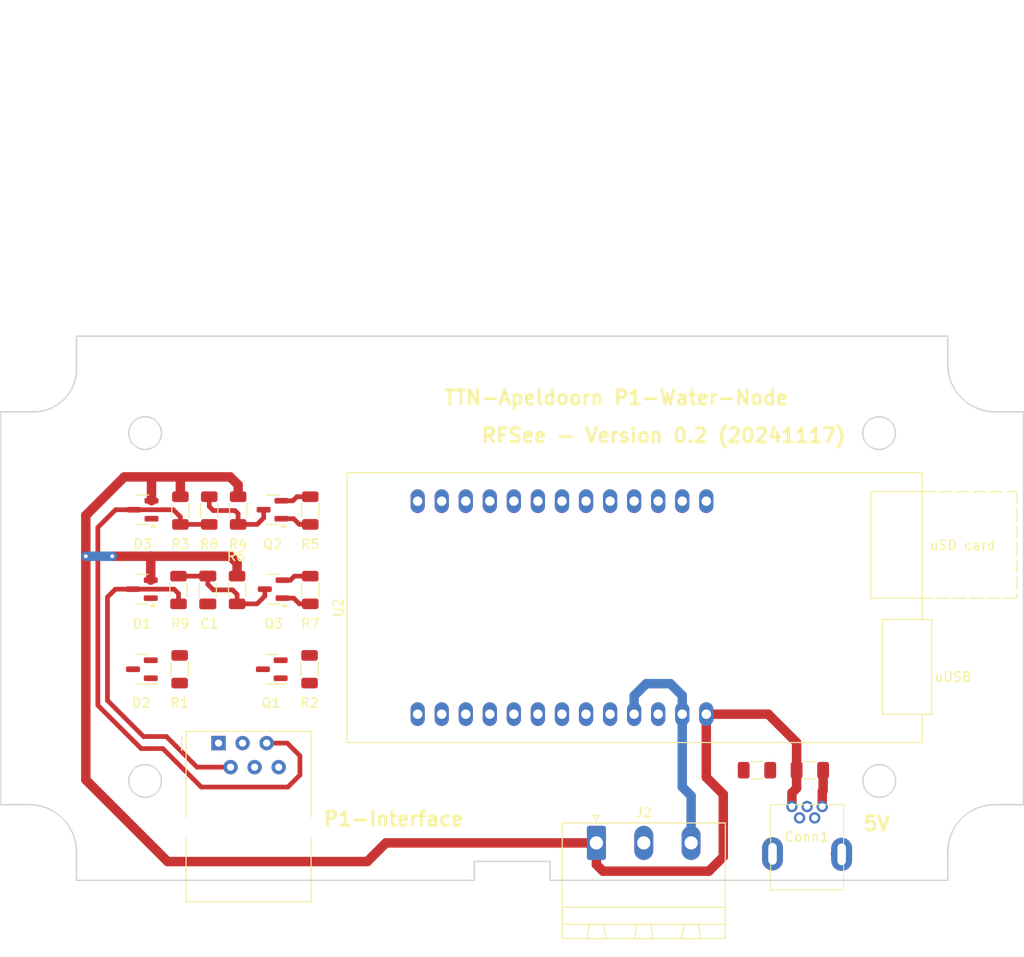
<source format=kicad_pcb>
(kicad_pcb (version 20240108) (generator "pcbnew") (generator_version "8.0")
  (layers (0 "F.Cu" signal) (31 "B.Cu" signal) (34 "B.Paste" user) (35 "F.Paste" user) (36 "B.SilkS" user "B.Silkscreen") (37 "F.SilkS" user "F.Silkscreen") (38 "B.Mask" user) (39 "F.Mask" user) (44 "Edge.Cuts" user))
  (net 0 "")
  (net 1 "/5V")
  (net 2 "Net-(Q3-D)")
  (net 3 "/DATA_P1_GND")
  (net 4 "/DATA_P1")
  (net 5 "/3V3")
  (net 6 "/PULSE_WATER")
  (net 7 "/DATA_P1_REQ")
  (net 10 "Net-(C3-Pad2)")
  (net 11 "/PULSE_WATER_3V3")
  (net 15 "/NC")
  (net 19 "Net-(Q2-D)")
  (net 33 "/DATA_P1_3V3")
  (net 34 "/DATA_P1_REQ_3V3")
  (footprint "Capacitor_SMD:C_1206_3216Metric" (layer "F.Cu") (at 205.232 114.808)
    (property "Reference" "C2" (hide yes))
    (property "Value" "10n" (hide yes))
    (fp_line (start -0.602064 -0.91) (end 0.602064 -0.91) (stroke (width 0.12)) (layer "F.SilkS"))
    (fp_line (start -0.602064 0.91) (end 0.602064 0.91) (stroke (width 0.12)) (layer "F.SilkS"))
    (pad "1" smd roundrect (at -1.4 0) (size 1.25 1.75) (layers "F.Cu" "F.Paste" "F.Mask") (roundrect_rratio 0.2) (net 1 "/5V"))
    (pad "2" smd roundrect (at 1.4 0) (size 1.25 1.75) (layers "F.Cu" "F.Paste" "F.Mask") (roundrect_rratio 0.2) (net 3 "/DATA_P1_GND"))
  )
  (footprint "Capacitor_SMD:C_1206_3216Metric" (layer "F.Cu") (at 199.644 114.808 180)
    (property "Reference" "C3" (hide yes))
    (property "Value" "10n")
    (fp_line (start -0.602064 0.91) (end 0.602064 0.91) (stroke (width 0.12)) (layer "F.SilkS"))
    (fp_line (start -0.602064 -0.91) (end 0.602064 -0.91) (stroke (width 0.12)) (layer "F.SilkS"))
    (pad "1" smd roundrect (at -1.4 0 180) (size 1.25 1.75) (layers "F.Cu" "F.Paste" "F.Mask") (roundrect_rratio 0.2) (net 3 "/DATA_P1_GND"))
    (pad "2" smd roundrect (at 1.4 0 180) (size 1.25 1.75) (layers "F.Cu" "F.Paste" "F.Mask") (roundrect_rratio 0.2) (net 10 "Net-(C3-Pad2)"))
  )
  (footprint "Connector_RJ:RJ12_Amphenol_54601" (layer "F.Cu") (at 142.79 111.944)
    (property "Reference" "J1" (hide yes))
    (property "Value" "RJ11-6")
    (fp_line (start -3.9 0.77) (end -3.9 -0.76) (stroke (width 0.12)) (layer "F.SilkS"))
    (fp_line (start -3.43 -1.23) (end 9.77 -1.23) (stroke (width 0.12)) (layer "F.SilkS"))
    (fp_line (start -3.43 7.72) (end -3.43 7.79) (stroke (width 0.1)) (layer "F.SilkS"))
    (fp_line (start -3.43 7.79) (end -3.43 -1.23) (stroke (width 0.12)) (layer "F.SilkS"))
    (fp_line (start -3.43 16.77) (end -3.43 9.99) (stroke (width 0.12)) (layer "F.SilkS"))
    (fp_line (start 9.77 -1.23) (end 9.77 7.79) (stroke (width 0.12)) (layer "F.SilkS"))
    (fp_line (start 9.77 16.65) (end 9.77 16.77) (stroke (width 0.1)) (layer "F.SilkS"))
    (fp_line (start 9.77 16.76) (end 9.77 16.77) (stroke (width 0.1)) (layer "F.SilkS"))
    (fp_line (start 9.77 16.77) (end -3.43 16.77) (stroke (width 0.12)) (layer "F.SilkS"))
    (fp_line (start 9.77 16.77) (end 9.77 9.99) (stroke (width 0.12)) (layer "F.SilkS"))
    (pad "" np_thru_hole circle (at -1.91 8.89) (size 3.25 3.25) (drill 3.25) (layers "*.Cu" "*.Mask"))
    (pad "" np_thru_hole circle (at 8.25 8.89) (size 3.25 3.25) (drill 3.25) (layers "*.Cu" "*.Mask"))
    (pad "1" thru_hole rect (at 0 0) (size 1.52 1.52) (drill 0.76) (layers "*.Cu" "*.Mask"))
    (pad "2" thru_hole circle (at 1.27 2.54) (size 1.52 1.52) (drill 0.76) (layers "*.Cu" "*.Mask") (net 7 "/DATA_P1_REQ"))
    (pad "3" thru_hole circle (at 2.54 0) (size 1.52 1.52) (drill 0.76) (layers "*.Cu" "*.Mask") (net 3 "/DATA_P1_GND"))
    (pad "4" thru_hole circle (at 3.81 2.54) (size 1.52 1.52) (drill 0.76) (layers "*.Cu" "*.Mask") (net 15 "/NC"))
    (pad "5" thru_hole circle (at 5.08 0) (size 1.52 1.52) (drill 0.76) (layers "*.Cu" "*.Mask") (net 4 "/DATA_P1"))
    (pad "6" thru_hole circle (at 6.35 2.54) (size 1.52 1.52) (drill 0.76) (layers "*.Cu" "*.Mask") (net 3 "/DATA_P1_GND"))
  )
  (footprint "esp32-p1-node-board:THT_USB-B-Mini" (layer "F.Cu") (at 208.79 127.444 90)
    (property "Reference" "Conn1" (at 5.6 -3.9 180) (layer "F.SilkS"))
    (property "Value" "THT_USB-B-Mini")
    (fp_line (start 9 -7.7) (end 9 0) (stroke (width 0.1)) (layer "F.SilkS"))
    (fp_line (start 0 -7.7) (end 9 -7.7) (stroke (width 0.1)) (layer "F.SilkS"))
    (fp_line (start 9 0) (end 0 0) (stroke (width 0.1)) (layer "F.SilkS"))
    (fp_line (start 0 0) (end 0 -7.7) (stroke (width 0.1)) (layer "F.SilkS"))
    (pad "1" thru_hole circle (at 8.8 -5.45 180) (size 1.2 1.2) (drill 0.7) (layers "*.Cu" "*.Mask") (net 1 "/5V"))
    (pad "2" thru_hole circle (at 7.6 -4.65 180) (size 1.2 1.2) (drill 0.7) (layers "*.Cu" "*.Mask"))
    (pad "3" thru_hole circle (at 8.8 -3.85 180) (size 1.2 1.2) (drill 0.7) (layers "*.Cu" "*.Mask"))
    (pad "4" thru_hole circle (at 7.6 -3.05 180) (size 1.2 1.2) (drill 0.7) (layers "*.Cu" "*.Mask"))
    (pad "5" thru_hole circle (at 8.8 -2.25 180) (size 1.2 1.2) (drill 0.7) (layers "*.Cu" "*.Mask") (net 3 "/DATA_P1_GND"))
    (pad "6" thru_hole roundrect (at 3.75 -0.2 180) (size 2.2 3.5) (drill oval 0.9 2.3) (layers "*.Cu" "*.Mask") (roundrect_rratio 0.5) (net 10 "Net-(C3-Pad2)"))
    (pad "7" thru_hole roundrect (at 3.8 -7.5 180) (size 2.2 3.5) (drill oval 0.9 2.3) (layers "*.Cu" "*.Mask") (roundrect_rratio 0.5) (net 10 "Net-(C3-Pad2)"))
  )
  (footprint "Resistor_SMD:R_1206_3216Metric" (layer "F.Cu") (at 141.8105 87.376 90)
    (property "Reference" "R8" (at -3.556 0 180) (layer "F.SilkS"))
    (property "Value" "10K")
    (fp_line (start -0.727064 -0.91) (end 0.727064 -0.91) (stroke (width 0.12)) (layer "F.SilkS"))
    (fp_line (start -0.727064 0.91) (end 0.727064 0.91) (stroke (width 0.12)) (layer "F.SilkS"))
    (pad "1" smd roundrect (at -1.4625 0 90) (size 1.125 1.75) (layers "F.Cu" "F.Paste" "F.Mask") (roundrect_rratio 0.222222) (net 4 "/DATA_P1"))
    (pad "2" smd roundrect (at 1.4625 0 90) (size 1.125 1.75) (layers "F.Cu" "F.Paste" "F.Mask") (roundrect_rratio 0.222222) (net 19 "Net-(Q2-D)"))
  )
  (footprint "Connector_Phoenix_MSTB:PhoenixContact_MSTBA_2,5_3-G_1x03_P5.00mm_Horizontal" (layer "F.Cu") (at 182.692 122.4865)
    (property "Reference" "J2" (at 5 -3.2 0) (layer "F.SilkS"))
    (property "Value" "Conn_01x03")
    (fp_line (start -3.61 -2.11) (end -3.61 10.11) (stroke (width 0.12)) (layer "F.SilkS"))
    (fp_line (start -3.61 6.81) (end 13.61 6.81) (stroke (width 0.12)) (layer "F.SilkS"))
    (fp_line (start -3.61 8.61) (end -3.61 6.81) (stroke (width 0.12)) (layer "F.SilkS"))
    (fp_line (start -3.61 10.11) (end 13.61 10.11) (stroke (width 0.12)) (layer "F.SilkS"))
    (fp_line (start -1 10.11) (end 1 10.11) (stroke (width 0.12)) (layer "F.SilkS"))
    (fp_line (start -0.75 8.61) (end -1 10.11) (stroke (width 0.12)) (layer "F.SilkS"))
    (fp_line (start -0.3 -2.91) (end 0.3 -2.91) (stroke (width 0.12)) (layer "F.SilkS"))
    (fp_line (start 0 -2.31) (end -0.3 -2.91) (stroke (width 0.12)) (layer "F.SilkS"))
    (fp_line (start 0.3 -2.91) (end 0 -2.31) (stroke (width 0.12)) (layer "F.SilkS"))
    (fp_line (start 0.75 8.61) (end -0.75 8.61) (stroke (width 0.12)) (layer "F.SilkS"))
    (fp_line (start 1 10.11) (end 0.75 8.61) (stroke (width 0.12)) (layer "F.SilkS"))
    (fp_line (start 4 10.11) (end 6 10.11) (stroke (width 0.12)) (layer "F.SilkS"))
    (fp_line (start 4.25 8.61) (end 4 10.11) (stroke (width 0.12)) (layer "F.SilkS"))
    (fp_line (start 5.75 8.61) (end 4.25 8.61) (stroke (width 0.12)) (layer "F.SilkS"))
    (fp_line (start 6 10.11) (end 5.75 8.61) (stroke (width 0.12)) (layer "F.SilkS"))
    (fp_line (start 9 10.11) (end 11 10.11) (stroke (width 0.12)) (layer "F.SilkS"))
    (fp_line (start 9.25 8.61) (end 9 10.11) (stroke (width 0.12)) (layer "F.SilkS"))
    (fp_line (start 10.75 8.61) (end 9.25 8.61) (stroke (width 0.12)) (layer "F.SilkS"))
    (fp_line (start 11 10.11) (end 10.75 8.61) (stroke (width 0.12)) (layer "F.SilkS"))
    (fp_line (start 13.61 -2.11) (end -3.61 -2.11) (stroke (width 0.12)) (layer "F.SilkS"))
    (fp_line (start 13.61 6.81) (end 13.61 8.61) (stroke (width 0.12)) (layer "F.SilkS"))
    (fp_line (start 13.61 8.61) (end -3.61 8.61) (stroke (width 0.12)) (layer "F.SilkS"))
    (fp_line (start 13.61 10.11) (end 13.61 -2.11) (stroke (width 0.12)) (layer "F.SilkS"))
    (pad "1" thru_hole roundrect (at 0 0) (size 2 3.6) (drill 1.4) (layers "*.Cu" "*.Mask") (roundrect_rratio 0.125) (net 1 "/5V"))
    (pad "2" thru_hole oval (at 5 0) (size 2 3.6) (drill 1.4) (layers "*.Cu" "*.Mask") (net 6 "/PULSE_WATER"))
    (pad "3" thru_hole oval (at 10 0) (size 2 3.6) (drill 1.4) (layers "*.Cu" "*.Mask") (net 3 "/DATA_P1_GND"))
  )
  (footprint "Resistor_SMD:R_1206_3216Metric" (layer "F.Cu") (at 144.7505 95.768 -90)
    (property "Reference" "R6" (at -3.556 0.108 360) (layer "F.SilkS"))
    (property "Value" "10K")
    (fp_line (start -0.727064 0.91) (end 0.727064 0.91) (stroke (width 0.12)) (layer "F.SilkS"))
    (fp_line (start -0.727064 -0.91) (end 0.727064 -0.91) (stroke (width 0.12)) (layer "F.SilkS"))
    (pad "1" smd roundrect (at -1.4625 0 270) (size 1.125 1.75) (layers "F.Cu" "F.Paste" "F.Mask") (roundrect_rratio 0.222222) (net 1 "/5V"))
    (pad "2" smd roundrect (at 1.4625 0 270) (size 1.125 1.75) (layers "F.Cu" "F.Paste" "F.Mask") (roundrect_rratio 0.222222) (net 2 "Net-(Q3-D)"))
  )
  (footprint "Resistor_SMD:R_1206_3216Metric" (layer "F.Cu") (at 138.684 104.14 -90)
    (property "Reference" "R1" (at 3.556 0 180) (layer "F.SilkS"))
    (property "Value" "10K")
    (fp_line (start -0.727064 0.91) (end 0.727064 0.91) (stroke (width 0.12)) (layer "F.SilkS"))
    (fp_line (start -0.727064 -0.91) (end 0.727064 -0.91) (stroke (width 0.12)) (layer "F.SilkS"))
    (pad "1" smd roundrect (at -1.4625 0 270) (size 1.125 1.75) (layers "F.Cu" "F.Paste" "F.Mask") (roundrect_rratio 0.222222) (net 1 "/5V"))
    (pad "2" smd roundrect (at 1.4625 0 270) (size 1.125 1.75) (layers "F.Cu" "F.Paste" "F.Mask") (roundrect_rratio 0.222222) (net 6 "/PULSE_WATER"))
  )
  (footprint "Resistor_SMD:R_1206_3216Metric" (layer "F.Cu") (at 152.4785 87.376 90)
    (property "Reference" "R5" (at -3.556 0 180) (layer "F.SilkS"))
    (property "Value" "10K")
    (fp_line (start -0.727064 -0.91) (end 0.727064 -0.91) (stroke (width 0.12)) (layer "F.SilkS"))
    (fp_line (start -0.727064 0.91) (end 0.727064 0.91) (stroke (width 0.12)) (layer "F.SilkS"))
    (pad "1" smd roundrect (at -1.4625 0 90) (size 1.125 1.75) (layers "F.Cu" "F.Paste" "F.Mask") (roundrect_rratio 0.222222) (net 5 "/3V3"))
    (pad "2" smd roundrect (at 1.4625 0 90) (size 1.125 1.75) (layers "F.Cu" "F.Paste" "F.Mask") (roundrect_rratio 0.222222) (net 33 "/DATA_P1_3V3"))
  )
  (footprint "Package_TO_SOT_SMD:SOT-23" (layer "F.Cu") (at 134.777 87.2885 180)
    (property "Reference" "D3" (at 0 -3.6435 360) (layer "F.SilkS"))
    (property "Value" "BAT54S")
    (fp_line (start 0 1.56) (end 0.65 1.56) (stroke (width 0.12)) (layer "F.SilkS"))
    (fp_line (start 0 1.56) (end -0.65 1.56) (stroke (width 0.12)) (layer "F.SilkS"))
    (fp_line (start 0 -1.56) (end 0.65 -1.56) (stroke (width 0.12)) (layer "F.SilkS"))
    (fp_line (start 0 -1.56) (end -0.65 -1.56) (stroke (width 0.12)) (layer "F.SilkS"))
    (fp_poly (pts (xy -1.1625 -1.51) (xy -1.4025 -1.84) (xy -0.9225 -1.84) (xy -1.1625 -1.51)) (stroke (width 0.12)) (fill solid) (layer "F.SilkS"))
    (pad "1" smd roundrect (at -0.9375 -0.95 180) (size 1.475 0.6) (layers "F.Cu" "F.Paste" "F.Mask") (net 3 "/DATA_P1_GND"))
    (pad "2" smd roundrect (at -0.9375 0.95 180) (size 1.475 0.6) (layers "F.Cu" "F.Paste" "F.Mask") (net 1 "/5V"))
    (pad "3" smd roundrect (at 0.9375 0 180) (size 1.475 0.6) (layers "F.Cu" "F.Paste" "F.Mask") (net 4 "/DATA_P1"))
  )
  (footprint "Package_TO_SOT_SMD:SOT-23" (layer "F.Cu") (at 148.493 87.2885 180)
    (property "Reference" "Q2" (at 0 -3.6435 360) (layer "F.SilkS"))
    (property "Value" "BSS138")
    (fp_line (start 0 1.56) (end 0.65 1.56) (stroke (width 0.12)) (layer "F.SilkS"))
    (fp_line (start 0 1.56) (end -0.65 1.56) (stroke (width 0.12)) (layer "F.SilkS"))
    (fp_line (start 0 -1.56) (end 0.65 -1.56) (stroke (width 0.12)) (layer "F.SilkS"))
    (fp_line (start 0 -1.56) (end -0.65 -1.56) (stroke (width 0.12)) (layer "F.SilkS"))
    (fp_poly (pts (xy -1.1625 -1.51) (xy -1.4025 -1.84) (xy -0.9225 -1.84) (xy -1.1625 -1.51)) (stroke (width 0.12)) (fill solid) (layer "F.SilkS"))
    (pad "1" smd roundrect (at -0.9375 -0.95 180) (size 1.475 0.6) (layers "F.Cu" "F.Paste" "F.Mask") (net 5 "/3V3"))
    (pad "2" smd roundrect (at -0.9375 0.95 180) (size 1.475 0.6) (layers "F.Cu" "F.Paste" "F.Mask") (net 33 "/DATA_P1_3V3"))
    (pad "3" smd roundrect (at 0.9375 0 180) (size 1.475 0.6) (layers "F.Cu" "F.Paste" "F.Mask") (net 19 "Net-(Q2-D)"))
  )
  (footprint "Package_TO_SOT_SMD:SOT-23" (layer "F.Cu") (at 134.6985 104.14 180)
    (property "Reference" "D2" (at 0.0785 -3.556 360) (layer "F.SilkS"))
    (property "Value" "BAT54S")
    (fp_line (start 0 1.56) (end 0.65 1.56) (stroke (width 0.12)) (layer "F.SilkS"))
    (fp_line (start 0 1.56) (end -0.65 1.56) (stroke (width 0.12)) (layer "F.SilkS"))
    (fp_line (start 0 -1.56) (end 0.65 -1.56) (stroke (width 0.12)) (layer "F.SilkS"))
    (fp_line (start 0 -1.56) (end -1.675 -1.56) (stroke (width 0.12)) (layer "F.SilkS"))
    (pad "1" smd roundrect (at -0.9375 -0.95 180) (size 1.475 0.6) (layers "F.Cu" "F.Paste" "F.Mask") (net 3 "/DATA_P1_GND"))
    (pad "2" smd roundrect (at -0.9375 0.95 180) (size 1.475 0.6) (layers "F.Cu" "F.Paste" "F.Mask") (net 1 "/5V"))
    (pad "3" smd roundrect (at 0.9375 0 180) (size 1.475 0.6) (layers "F.Cu" "F.Paste" "F.Mask") (net 6 "/PULSE_WATER"))
  )
  (footprint "Resistor_SMD:R_1206_3216Metric" (layer "F.Cu") (at 144.8585 87.376 -90)
    (property "Reference" "R4" (at 3.556 0 360) (layer "F.SilkS"))
    (property "Value" "10K")
    (fp_line (start -0.727064 0.91) (end 0.727064 0.91) (stroke (width 0.12)) (layer "F.SilkS"))
    (fp_line (start -0.727064 -0.91) (end 0.727064 -0.91) (stroke (width 0.12)) (layer "F.SilkS"))
    (pad "1" smd roundrect (at -1.4625 0 270) (size 1.125 1.75) (layers "F.Cu" "F.Paste" "F.Mask") (roundrect_rratio 0.222222) (net 1 "/5V"))
    (pad "2" smd roundrect (at 1.4625 0 270) (size 1.125 1.75) (layers "F.Cu" "F.Paste" "F.Mask") (roundrect_rratio 0.222222) (net 19 "Net-(Q2-D)"))
  )
  (footprint "Package_TO_SOT_SMD:SOT-23" (layer "F.Cu") (at 148.4145 104.14 180)
    (property "Reference" "Q1" (at 0.0785 -3.556 360) (layer "F.SilkS"))
    (property "Value" "BSS138")
    (fp_line (start 0 1.56) (end 0.65 1.56) (stroke (width 0.12)) (layer "F.SilkS"))
    (fp_line (start 0 1.56) (end -0.65 1.56) (stroke (width 0.12)) (layer "F.SilkS"))
    (fp_line (start 0 -1.56) (end 0.65 -1.56) (stroke (width 0.12)) (layer "F.SilkS"))
    (fp_line (start 0 -1.56) (end -1.675 -1.56) (stroke (width 0.12)) (layer "F.SilkS"))
    (pad "1" smd roundrect (at -0.9375 -0.95 180) (size 1.475 0.6) (layers "F.Cu" "F.Paste" "F.Mask") (net 5 "/3V3"))
    (pad "2" smd roundrect (at -0.9375 0.95 180) (size 1.475 0.6) (layers "F.Cu" "F.Paste" "F.Mask") (net 11 "/PULSE_WATER_3V3"))
    (pad "3" smd roundrect (at 0.9375 0 180) (size 1.475 0.6) (layers "F.Cu" "F.Paste" "F.Mask") (net 6 "/PULSE_WATER"))
  )
  (footprint "Resistor_SMD:R_1206_3216Metric" (layer "F.Cu") (at 138.5625 95.768 90)
    (property "Reference" "R9" (at -3.556 0.2 180) (layer "F.SilkS"))
    (property "Value" "10K")
    (fp_line (start -0.727064 -0.91) (end 0.727064 -0.91) (stroke (width 0.12)) (layer "F.SilkS"))
    (fp_line (start -0.727064 0.91) (end 0.727064 0.91) (stroke (width 0.12)) (layer "F.SilkS"))
    (pad "1" smd roundrect (at -1.4625 0 90) (size 1.125 1.75) (layers "F.Cu" "F.Paste" "F.Mask") (roundrect_rratio 0.222222) (net 7 "/DATA_P1_REQ"))
    (pad "2" smd roundrect (at 1.4625 0 90) (size 1.125 1.75) (layers "F.Cu" "F.Paste" "F.Mask") (roundrect_rratio 0.222222) (net 2 "Net-(Q3-D)"))
  )
  (footprint "Resistor_SMD:R_1206_3216Metric" (layer "F.Cu") (at 138.7625 87.376 -90)
    (property "Reference" "R3" (at 3.556 0 180) (layer "F.SilkS"))
    (property "Value" "2K7")
    (fp_line (start -0.727064 0.91) (end 0.727064 0.91) (stroke (width 0.12)) (layer "F.SilkS"))
    (fp_line (start -0.727064 -0.91) (end 0.727064 -0.91) (stroke (width 0.12)) (layer "F.SilkS"))
    (pad "1" smd roundrect (at -1.4625 0 270) (size 1.125 1.75) (layers "F.Cu" "F.Paste" "F.Mask") (roundrect_rratio 0.222222) (net 1 "/5V"))
    (pad "2" smd roundrect (at 1.4625 0 270) (size 1.125 1.75) (layers "F.Cu" "F.Paste" "F.Mask") (roundrect_rratio 0.222222) (net 4 "/DATA_P1"))
  )
  (footprint "Resistor_SMD:R_1206_3216Metric" (layer "F.Cu") (at 152.4 104.14 90)
    (property "Reference" "R2" (at -3.556 0 180) (layer "F.SilkS"))
    (property "Value" "10K")
    (fp_line (start -0.727064 -0.91) (end 0.727064 -0.91) (stroke (width 0.12)) (layer "F.SilkS"))
    (fp_line (start -0.727064 0.91) (end 0.727064 0.91) (stroke (width 0.12)) (layer "F.SilkS"))
    (pad "1" smd roundrect (at -1.4625 0 90) (size 1.125 1.75) (layers "F.Cu" "F.Paste" "F.Mask") (roundrect_rratio 0.222222) (net 5 "/3V3"))
    (pad "2" smd roundrect (at 1.4625 0 90) (size 1.125 1.75) (layers "F.Cu" "F.Paste" "F.Mask") (roundrect_rratio 0.222222) (net 11 "/PULSE_WATER_3V3"))
  )
  (footprint "Package_TO_SOT_SMD:SOT-23" (layer "F.Cu") (at 134.6985 95.6805 180)
    (property "Reference" "D1" (at 0 -3.6435 0) (layer "F.SilkS"))
    (property "Value" "BAT54S")
    (fp_line (start 0 1.56) (end 0.65 1.56) (stroke (width 0.12)) (layer "F.SilkS"))
    (fp_line (start 0 1.56) (end -0.65 1.56) (stroke (width 0.12)) (layer "F.SilkS"))
    (fp_line (start 0 -1.56) (end 0.65 -1.56) (stroke (width 0.12)) (layer "F.SilkS"))
    (fp_line (start 0 -1.56) (end -0.65 -1.56) (stroke (width 0.12)) (layer "F.SilkS"))
    (fp_poly (pts (xy -1.1625 -1.51) (xy -1.4025 -1.84) (xy -0.9225 -1.84) (xy -1.1625 -1.51)) (stroke (width 0.12)) (fill solid) (layer "F.SilkS"))
    (pad "1" smd roundrect (at -0.9375 -0.95 180) (size 1.475 0.6) (layers "F.Cu" "F.Paste" "F.Mask") (net 3 "/DATA_P1_GND"))
    (pad "2" smd roundrect (at -0.9375 0.95 180) (size 1.475 0.6) (layers "F.Cu" "F.Paste" "F.Mask") (net 1 "/5V"))
    (pad "3" smd roundrect (at 0.9375 0 180) (size 1.475 0.6) (layers "F.Cu" "F.Paste" "F.Mask") (net 7 "/DATA_P1_REQ"))
  )
  (footprint "my-KiCad-library:TTGO_T3_V1.6.1" (layer "F.Cu") (at 179.056 97.636)
    (property "Reference" "U2" (at -23.6 0 -90) (layer "F.SilkS"))
    (property "Value" "~")
    (fp_line (start -22.7 -14.25) (end -22.7 -4.75) (stroke (width 0.12)) (layer "F.SilkS"))
    (fp_line (start -22.7 -4.75) (end -22.7 14.249999) (stroke (width 0.12)) (layer "F.SilkS"))
    (fp_line (start -22.7 14.249999) (end 38.04 14.25) (stroke (width 0.12)) (layer "F.SilkS"))
    (fp_line (start 32.6 -12.25) (end 38.04 -12.25) (stroke (width 0.12)) (layer "F.SilkS"))
    (fp_line (start 32.6 -1) (end 32.6 -12.25) (stroke (width 0.12)) (layer "F.SilkS"))
    (fp_line (start 33.84 1.25) (end 39.04 1.25) (stroke (width 0.12)) (layer "F.SilkS"))
    (fp_line (start 33.84 11.25) (end 33.84 1.25) (stroke (width 0.12)) (layer "F.SilkS"))
    (fp_line (start 38 -1) (end 32.6 -1) (stroke (width 0.12)) (layer "F.SilkS"))
    (fp_line (start 38.04 -14.249999) (end -22.7 -14.25) (stroke (width 0.12)) (layer "F.SilkS"))
    (fp_line (start 38.04 -12.25) (end 38.04 -14.249999) (stroke (width 0.12)) (layer "F.SilkS"))
    (fp_line (start 38.04 -12.25) (end 38.04 1.25) (stroke (width 0.12)) (layer "F.SilkS"))
    (fp_line (start 38.04 -12.25) (end 48.04 -12.25) (stroke (width 0.12) (type dash)) (layer "F.SilkS"))
    (fp_line (start 38.04 14.25) (end 38.04 11.25) (stroke (width 0.12)) (layer "F.SilkS"))
    (fp_line (start 39.04 1.25) (end 39.04 11.25) (stroke (width 0.12)) (layer "F.SilkS"))
    (fp_line (start 39.04 11.25) (end 33.84 11.25) (stroke (width 0.12)) (layer "F.SilkS"))
    (fp_line (start 48.04 -12.25) (end 48.04 -1) (stroke (width 0.12) (type dash)) (layer "F.SilkS"))
    (fp_line (start 48.04 -1) (end 38 -1) (stroke (width 0.12) (type dash)) (layer "F.SilkS"))
    (fp_text user "uUSB" (at 39.25 7.9 0) (layer "F.SilkS") (effects (justify left bottom)))
    (fp_text user "uSD card" (at 38.75 -6 0) (layer "F.SilkS") (effects (justify left bottom)))
    (pad "1" thru_hole oval (at -15.24 11.25) (size 1.5 2.5) (drill 1) (layers "*.Cu" "*.Mask"))
    (pad "2" thru_hole oval (at -12.7 11.25) (size 1.5 2.5) (drill 1) (layers "*.Cu" "*.Mask"))
    (pad "3" thru_hole oval (at -10.16 11.25) (size 1.5 2.5) (drill 1) (layers "*.Cu" "*.Mask"))
    (pad "4" thru_hole oval (at -7.62 11.25) (size 1.5 2.5) (drill 1) (layers "*.Cu" "*.Mask"))
    (pad "5" thru_hole oval (at -5.08 11.25) (size 1.5 2.5) (drill 1) (layers "*.Cu" "*.Mask"))
    (pad "6" thru_hole oval (at -2.54 11.25) (size 1.5 2.5) (drill 1) (layers "*.Cu" "*.Mask"))
    (pad "7" thru_hole oval (at 0 11.25) (size 1.5 2.5) (drill 1) (layers "*.Cu" "*.Mask"))
    (pad "8" thru_hole oval (at 2.54 11.25) (size 1.5 2.5) (drill 1) (layers "*.Cu" "*.Mask"))
    (pad "9" thru_hole oval (at 5.08 11.25) (size 1.5 2.5) (drill 1) (layers "*.Cu" "*.Mask"))
    (pad "10" thru_hole oval (at 7.62 11.25) (size 1.5 2.5) (drill 1) (layers "*.Cu" "*.Mask") (net 3 "/DATA_P1_GND"))
    (pad "11" thru_hole oval (at 10.16 11.25) (size 1.5 2.5) (drill 1) (layers "*.Cu" "*.Mask") (net 5 "/3V3"))
    (pad "12" thru_hole oval (at 12.7 11.25) (size 1.5 2.5) (drill 1) (layers "*.Cu" "*.Mask") (net 3 "/DATA_P1_GND"))
    (pad "13" thru_hole oval (at 15.24 11.25) (size 1.5 2.5) (drill 1) (layers "*.Cu" "*.Mask") (net 1 "/5V"))
    (pad "14" thru_hole oval (at 15.24 -11.25) (size 1.5 2.5) (drill 1) (layers "*.Cu" "*.Mask"))
    (pad "15" thru_hole oval (at 12.7 -11.25) (size 1.5 2.5) (drill 1) (layers "*.Cu" "*.Mask") (net 11 "/PULSE_WATER_3V3"))
    (pad "16" thru_hole oval (at 10.16 -11.25) (size 1.5 2.5) (drill 1) (layers "*.Cu" "*.Mask"))
    (pad "17" thru_hole oval (at 7.62 -11.25) (size 1.5 2.5) (drill 1) (layers "*.Cu" "*.Mask"))
    (pad "18" thru_hole oval (at 5.08 -11.25) (size 1.5 2.5) (drill 1) (layers "*.Cu" "*.Mask"))
    (pad "19" thru_hole oval (at 2.54 -11.25) (size 1.5 2.5) (drill 1) (layers "*.Cu" "*.Mask"))
    (pad "20" thru_hole oval (at 0 -11.25) (size 1.5 2.5) (drill 1) (layers "*.Cu" "*.Mask"))
    (pad "21" thru_hole oval (at -2.54 -11.25) (size 1.5 2.5) (drill 1) (layers "*.Cu" "*.Mask") (net 34 "/DATA_P1_REQ_3V3"))
    (pad "22" thru_hole oval (at -5.08 -11.25) (size 1.5 2.5) (drill 1) (layers "*.Cu" "*.Mask"))
    (pad "23" thru_hole oval (at -7.62 -11.25) (size 1.5 2.5) (drill 1) (layers "*.Cu" "*.Mask") (net 33 "/DATA_P1_3V3"))
    (pad "24" thru_hole oval (at -10.16 -11.25) (size 1.5 2.5) (drill 1) (layers "*.Cu" "*.Mask"))
    (pad "25" thru_hole oval (at -12.7 -11.25) (size 1.5 2.5) (drill 1) (layers "*.Cu" "*.Mask"))
    (pad "26" thru_hole oval (at -15.24 -11.25) (size 1.5 2.5) (drill 1) (layers "*.Cu" "*.Mask"))
  )
  (footprint "Capacitor_SMD:C_1206_3216Metric" (layer "F.Cu") (at 141.6565 95.768 -90)
    (property "Reference" "C1" (at 3.556 -0.154 180) (layer "F.SilkS"))
    (property "Value" "22n")
    (fp_line (start -0.711252 0.91) (end 0.711252 0.91) (stroke (width 0.12)) (layer "F.SilkS"))
    (fp_line (start -0.711252 -0.91) (end 0.711252 -0.91) (stroke (width 0.12)) (layer "F.SilkS"))
    (pad "1" smd roundrect (at -1.475 0 270) (size 1.15 1.8) (layers "F.Cu" "F.Paste" "F.Mask") (roundrect_rratio 0.217391) (net 2 "Net-(Q3-D)"))
    (pad "2" smd roundrect (at 1.475 0 270) (size 1.15 1.8) (layers "F.Cu" "F.Paste" "F.Mask") (roundrect_rratio 0.217391) (net 3 "/DATA_P1_GND"))
  )
  (footprint "Package_TO_SOT_SMD:SOT-23" (layer "F.Cu") (at 148.6145 95.6805 180)
    (property "Reference" "Q3" (at 0 -3.6435 360) (layer "F.SilkS"))
    (property "Value" "BSS138")
    (fp_line (start 0 1.56) (end 0.65 1.56) (stroke (width 0.12)) (layer "F.SilkS"))
    (fp_line (start 0 1.56) (end -0.65 1.56) (stroke (width 0.12)) (layer "F.SilkS"))
    (fp_line (start 0 -1.56) (end 0.65 -1.56) (stroke (width 0.12)) (layer "F.SilkS"))
    (fp_line (start 0 -1.56) (end -0.65 -1.56) (stroke (width 0.12)) (layer "F.SilkS"))
    (fp_poly (pts (xy -1.1625 -1.51) (xy -1.4025 -1.84) (xy -0.9225 -1.84) (xy -1.1625 -1.51)) (stroke (width 0.12)) (fill solid) (layer "F.SilkS"))
    (pad "1" smd roundrect (at -0.9375 -0.95 180) (size 1.475 0.6) (layers "F.Cu" "F.Paste" "F.Mask") (net 5 "/3V3"))
    (pad "2" smd roundrect (at -0.9375 0.95 180) (size 1.475 0.6) (layers "F.Cu" "F.Paste" "F.Mask") (net 34 "/DATA_P1_REQ_3V3"))
    (pad "3" smd roundrect (at 0.9375 0 180) (size 1.475 0.6) (layers "F.Cu" "F.Paste" "F.Mask") (net 2 "Net-(Q3-D)"))
  )
  (footprint "Resistor_SMD:R_1206_3216Metric" (layer "F.Cu") (at 152.4785 95.768 90)
    (property "Reference" "R7" (at -3.556 0 180) (layer "F.SilkS"))
    (property "Value" "10K")
    (fp_line (start -0.727064 -0.91) (end 0.727064 -0.91) (stroke (width 0.12)) (layer "F.SilkS"))
    (fp_line (start -0.727064 0.91) (end 0.727064 0.91) (stroke (width 0.12)) (layer "F.SilkS"))
    (pad "1" smd roundrect (at -1.4625 0 90) (size 1.125 1.75) (layers "F.Cu" "F.Paste" "F.Mask") (roundrect_rratio 0.222222) (net 5 "/3V3"))
    (pad "2" smd roundrect (at 1.4625 0 90) (size 1.125 1.75) (layers "F.Cu" "F.Paste" "F.Mask") (roundrect_rratio 0.222222) (net 34 "/DATA_P1_REQ_3V3"))
  )
  (gr_line (start 177.79 126.444) (end 219.79 126.444) (stroke (width 0.15)) (layer "Edge.Cuts"))
  (gr_line (start 227.79 76.944) (end 227.79 118.444) (stroke (width 0.15)) (layer "Edge.Cuts"))
  (gr_circle (center 135.04 115.944) (end 136.765 115.944) (stroke (width 0.15)) (fill none) (layer "Edge.Cuts"))
  (gr_circle (center 212.54 79.194) (end 214.265 79.194) (stroke (width 0.15)) (fill none) (layer "Edge.Cuts"))
  (gr_circle (center 212.565 115.944) (end 214.29 115.944) (stroke (width 0.15)) (fill none) (layer "Edge.Cuts"))
  (gr_line (start 119.79 107.444) (end 119.79 118.444) (stroke (width 0.15)) (layer "Edge.Cuts"))
  (gr_line (start 119.79 107.444) (end 119.79 87.944) (stroke (width 0.15)) (layer "Edge.Cuts"))
  (gr_line (start 127.79 126.444) (end 169.79 126.444) (stroke (width 0.15)) (layer "Edge.Cuts"))
  (gr_line (start 169.79 124.444) (end 177.79 124.444) (stroke (width 0.15)) (layer "Edge.Cuts"))
  (gr_line (start 169.79 126.444) (end 169.79 124.444) (stroke (width 0.15)) (layer "Edge.Cuts"))
  (gr_line (start 177.79 126.444) (end 177.79 124.444) (stroke (width 0.15)) (layer "Edge.Cuts"))
  (gr_line (start 219.79 68.944) (end 219.79 71.944) (stroke (width 0.15)) (layer "Edge.Cuts"))
  (gr_line (start 227.79 76.944) (end 224.79 76.944) (stroke (width 0.15)) (layer "Edge.Cuts"))
  (gr_line (start 127.79 126.444) (end 127.79 123.444) (stroke (width 0.15)) (layer "Edge.Cuts"))
  (gr_line (start 127.79 68.944) (end 219.79 68.944) (stroke (width 0.15)) (layer "Edge.Cuts"))
  (gr_line (start 119.79 76.944) (end 122.79 76.944) (stroke (width 0.15)) (layer "Edge.Cuts"))
  (gr_arc (start 219.79 123.444) (mid 221.254466 119.908466) (end 224.79 118.444) (stroke (width 0.15)) (layer "Edge.Cuts"))
  (gr_circle (center 135.04 79.194) (end 136.765 79.194) (stroke (width 0.15)) (fill none) (layer "Edge.Cuts"))
  (gr_line (start 122.79 76.944) (end 123.29 76.944) (stroke (width 0.15)) (layer "Edge.Cuts"))
  (gr_line (start 219.79 126.444) (end 219.79 123.444) (stroke (width 0.15)) (layer "Edge.Cuts"))
  (gr_line (start 119.79 76.944) (end 119.79 87.944) (stroke (width 0.15)) (layer "Edge.Cuts"))
  (gr_arc (start 122.79 118.444) (mid 126.325534 119.908466) (end 127.79 123.444) (stroke (width 0.15)) (layer "Edge.Cuts"))
  (gr_line (start 127.79 68.944) (end 127.79 72.444) (stroke (width 0.15)) (layer "Edge.Cuts"))
  (gr_line (start 227.79 118.444) (end 224.79 118.444) (stroke (width 0.15)) (layer "Edge.Cuts"))
  (gr_arc (start 224.79 76.944) (mid 221.254466 75.479534) (end 219.79 71.944) (stroke (width 0.15)) (layer "Edge.Cuts"))
  (gr_arc (start 127.79 72.444) (mid 126.471981 75.625981) (end 123.29 76.944) (stroke (width 0.15)) (layer "Edge.Cuts"))
  (gr_line (start 119.79 118.444) (end 122.79 118.444) (stroke (width 0.15)) (layer "Edge.Cuts"))
  (gr_text "5V" (at 212.29 120.444 0) (layer "F.SilkS") (effects (font (size 1.5 1.5) (thickness 0.3))))
  (gr_text "RFSee - Version 0.2 (20241117)" (at 189.79 79.444 0) (layer "F.SilkS") (effects (font (size 1.5 1.5) (thickness 0.3))))
  (gr_text "P1-Interface" (at 161.29 119.944 0) (layer "F.SilkS") (effects (font (size 1.5 1.5) (thickness 0.3))))
  (gr_text "TTN-Apeldoorn P1-Water-Node" (at 184.79 75.444 0) (layer "F.SilkS") (effects (font (size 1.5 1.5) (thickness 0.3))))
  (segment (start 138.684 83.82) (end 135.89 83.82) (width 1) (layer "F.Cu") (net 1))
  (segment (start 194.296 108.886) (end 194.296 115.556) (width 1) (layer "F.Cu") (net 1))
  (segment (start 128.778 115.824) (end 137.414 124.46) (width 1) (layer "F.Cu") (net 1))
  (segment (start 203.34 118.644) (end 203.34 117.208) (width 1) (layer "F.Cu") (net 1))
  (segment (start 128.778 87.884) (end 128.778 92.202) (width 1) (layer "F.Cu") (net 1))
  (segment (start 182.692 124.78) (end 182.692 122.4865) (width 1) (layer "F.Cu") (net 1))
  (segment (start 196.088 123.952) (end 194.564 125.476) (width 1) (layer "F.Cu") (net 1))
  (segment (start 132.842 83.82) (end 128.778 87.884) (width 1) (layer "F.Cu") (net 1))
  (segment (start 196.088 117.348) (end 196.088 123.952) (width 1) (layer "F.Cu") (net 1))
  (segment (start 183.388 125.476) (end 182.692 124.78) (width 1) (layer "F.Cu") (net 1))
  (segment (start 137.414 124.46) (end 158.496 124.46) (width 1) (layer "F.Cu") (net 1))
  (segment (start 135.636 94.7305) (end 135.636 92.202) (width 1) (layer "F.Cu") (net 1))
  (segment (start 158.496 124.46) (end 160.4695 122.4865) (width 1) (layer "F.Cu") (net 1))
  (segment (start 144.018 92.202) (end 135.636 92.202) (width 1) (layer "F.Cu") (net 1))
  (segment (start 135.636 92.202) (end 131.572 92.202) (width 1) (layer "F.Cu") (net 1))
  (segment (start 200.834 108.886) (end 194.296 108.886) (width 1) (layer "F.Cu") (net 1))
  (segment (start 138.7625 85.9135) (end 138.7625 83.8985) (width 1) (layer "F.Cu") (net 1))
  (segment (start 194.564 125.476) (end 183.388 125.476) (width 1) (layer "F.Cu") (net 1))
  (segment (start 203.34 117.208) (end 203.832 116.716) (width 1) (layer "F.Cu") (net 1))
  (segment (start 160.4695 122.4865) (end 182.692 122.4865) (width 1) (layer "F.Cu") (net 1))
  (segment (start 128.778 92.202) (end 128.778 115.824) (width 1) (layer "F.Cu") (net 1))
  (segment (start 144.018 83.82) (end 138.684 83.82) (width 1) (layer "F.Cu") (net 1))
  (segment (start 135.7145 86.3385) (end 135.7145 83.9955) (width 1) (layer "F.Cu") (net 1))
  (segment (start 203.832 114.808) (end 203.832 111.884) (width 1) (layer "F.Cu") (net 1))
  (segment (start 135.89 83.82) (end 132.842 83.82) (width 1) (layer "F.Cu") (net 1))
  (segment (start 138.7625 83.8985) (end 138.684 83.82) (width 1) (layer "F.Cu") (net 1))
  (segment (start 203.832 111.884) (end 200.834 108.886) (width 1) (layer "F.Cu") (net 1))
  (segment (start 194.296 115.556) (end 196.088 117.348) (width 1) (layer "F.Cu") (net 1))
  (segment (start 144.7505 94.3055) (end 144.7505 92.9345) (width 1) (layer "F.Cu") (net 1))
  (segment (start 203.832 116.716) (end 203.832 114.808) (width 1) (layer "F.Cu") (net 1))
  (segment (start 144.8585 85.9135) (end 144.8585 84.6605) (width 1) (layer "F.Cu") (net 1))
  (segment (start 135.7145 83.9955) (end 135.89 83.82) (width 1) (layer "F.Cu") (net 1))
  (segment (start 144.7505 92.9345) (end 144.018 92.202) (width 1) (layer "F.Cu") (net 1))
  (segment (start 144.8585 84.6605) (end 144.018 83.82) (width 1) (layer "F.Cu") (net 1))
  (via (at 128.778 92.202) (size 0.8) (drill 0.4) (layers "F.Cu" "B.Cu") (net 1))
  (via (at 131.572 92.202) (size 0.8) (drill 0.4) (layers "F.Cu" "B.Cu") (net 1))
  (segment (start 128.778 92.202) (end 131.572 92.202) (width 1) (layer "B.Cu") (net 1))
  (segment (start 144.7505 96.2365) (end 144.7505 97.2305) (width 0.5) (layer "F.Cu") (net 2))
  (segment (start 147.677 96.417) (end 147.677 95.6805) (width 0.5) (layer "F.Cu") (net 2))
  (segment (start 138.5625 94.3055) (end 141.644 94.3055) (width 0.5) (layer "F.Cu") (net 2))
  (segment (start 146.8635 97.2305) (end 147.677 96.417) (width 0.5) (layer "F.Cu") (net 2))
  (segment (start 144.272 95.758) (end 144.7505 96.2365) (width 0.5) (layer "F.Cu") (net 2))
  (segment (start 142.24 95.758) (end 144.272 95.758) (width 0.5) (layer "F.Cu") (net 2))
  (segment (start 141.6565 94.293) (end 141.6565 95.1745) (width 0.5) (layer "F.Cu") (net 2))
  (segment (start 141.644 94.3055) (end 141.6565 94.293) (width 0.5) (layer "F.Cu") (net 2))
  (segment (start 144.7505 97.2305) (end 146.8635 97.2305) (width 0.5) (layer "F.Cu") (net 2))
  (segment (start 141.6565 95.1745) (end 142.24 95.758) (width 0.5) (layer "F.Cu") (net 2))
  (segment (start 206.632 116.964) (end 206.632 114.808) (width 1) (layer "F.Cu") (net 3))
  (segment (start 206.54 117.056) (end 206.632 116.964) (width 1) (layer "F.Cu") (net 3))
  (segment (start 206.54 118.644) (end 206.54 117.056) (width 1) (layer "F.Cu") (net 3))
  (segment (start 191.756 108.886) (end 191.756 106.92) (width 1) (layer "B.Cu") (net 3))
  (segment (start 191.756 108.886) (end 191.756 116.572) (width 1) (layer "B.Cu") (net 3))
  (segment (start 191.756 116.572) (end 192.692 117.508) (width 1) (layer "B.Cu") (net 3))
  (segment (start 191.756 106.92) (end 190.5 105.664) (width 1) (layer "B.Cu") (net 3))
  (segment (start 192.692 117.508) (end 192.692 122.4865) (width 1) (layer "B.Cu") (net 3))
  (segment (start 186.676 106.948) (end 186.676 108.886) (width 1) (layer "B.Cu") (net 3))
  (segment (start 187.96 105.664) (end 186.676 106.948) (width 1) (layer "B.Cu") (net 3))
  (segment (start 190.5 105.664) (end 187.96 105.664) (width 1) (layer "B.Cu") (net 3))
  (segment (start 131.9135 87.2885) (end 133.8395 87.2885) (width 0.5) (layer "F.Cu") (net 4))
  (segment (start 140.97 116.586) (end 136.906 112.522) (width 0.5) (layer "F.Cu") (net 4))
  (segment (start 130.048 89.154) (end 131.9135 87.2885) (width 0.5) (layer "F.Cu") (net 4))
  (segment (start 138.01 87.2885) (end 138.7625 88.041) (width 0.5) (layer "F.Cu") (net 4))
  (segment (start 151.384 115.316) (end 150.114 116.586) (width 0.5) (layer "F.Cu") (net 4))
  (segment (start 138.7625 88.041) (end 138.7625 88.8385) (width 0.5) (layer "F.Cu") (net 4))
  (segment (start 130.048 107.95) (end 130.048 89.154) (width 0.5) (layer "F.Cu") (net 4))
  (segment (start 147.87 111.944) (end 150.044 111.944) (width 0.5) (layer "F.Cu") (net 4))
  (segment (start 150.044 111.944) (end 151.384 113.284) (width 0.5) (layer "F.Cu") (net 4))
  (segment (start 150.114 116.586) (end 140.97 116.586) (width 0.5) (layer "F.Cu") (net 4))
  (segment (start 138.7625 88.8385) (end 141.8105 88.8385) (width 0.5) (layer "F.Cu") (net 4))
  (segment (start 136.906 112.522) (end 134.62 112.522) (width 0.5) (layer "F.Cu") (net 4))
  (segment (start 134.62 112.522) (end 130.048 107.95) (width 0.5) (layer "F.Cu") (net 4))
  (segment (start 151.384 113.284) (end 151.384 115.316) (width 0.5) (layer "F.Cu") (net 4))
  (segment (start 133.8395 87.2885) (end 138.01 87.2885) (width 0.5) (layer "F.Cu") (net 4))
  (segment (start 150.7225 88.2385) (end 151.3225 88.8385) (width 0.5) (layer "F.Cu") (net 5))
  (segment (start 151.3225 88.8385) (end 152.4785 88.8385) (width 0.5) (layer "F.Cu") (net 5))
  (segment (start 149.4305 88.2385) (end 150.7225 88.2385) (width 0.5) (layer "F.Cu") (net 5))
  (segment (start 149.552 96.6305) (end 150.7325 96.6305) (width 0.5) (layer "F.Cu") (net 5))
  (segment (start 150.7325 96.6305) (end 151.3325 97.2305) (width 0.5) (layer "F.Cu") (net 5))
  (segment (start 151.3325 97.2305) (end 152.4785 97.2305) (width 0.5) (layer "F.Cu") (net 5))
  (segment (start 138.5625 96.1445) (end 138.5625 97.2305) (width 0.5) (layer "F.Cu") (net 7))
  (segment (start 144.06 114.484) (end 140.519 114.484) (width 0.5) (layer "F.Cu") (net 7))
  (segment (start 134.874 111.252) (end 131.064 107.442) (width 0.5) (layer "F.Cu") (net 7))
  (segment (start 133.761 95.6805) (end 138.0985 95.6805) (width 0.5) (layer "F.Cu") (net 7))
  (segment (start 131.064 107.442) (end 131.064 96.52) (width 0.5) (layer "F.Cu") (net 7))
  (segment (start 138.0985 95.6805) (end 138.5625 96.1445) (width 0.5) (layer "F.Cu") (net 7))
  (segment (start 137.287 111.252) (end 134.874 111.252) (width 0.5) (layer "F.Cu") (net 7))
  (segment (start 131.064 96.52) (end 131.9035 95.6805) (width 0.5) (layer "F.Cu") (net 7))
  (segment (start 140.519 114.484) (end 137.287 111.252) (width 0.5) (layer "F.Cu") (net 7))
  (segment (start 131.9035 95.6805) (end 133.761 95.6805) (width 0.5) (layer "F.Cu") (net 7))
  (segment (start 208.44 123.644) (end 208.49 123.694) (width 2) (layer "F.Cu") (net 10))
  (segment (start 142.24 87.376) (end 144.526 87.376) (width 0.5) (layer "F.Cu") (net 19))
  (segment (start 144.8585 87.7085) (end 144.8585 88.8385) (width 0.5) (layer "F.Cu") (net 19))
  (segment (start 147.5555 88.1565) (end 146.8735 88.8385) (width 0.5) (layer "F.Cu") (net 19))
  (segment (start 141.8105 85.9135) (end 141.8105 86.9465) (width 0.5) (layer "F.Cu") (net 19))
  (segment (start 146.8735 88.8385) (end 144.8585 88.8385) (width 0.5) (layer "F.Cu") (net 19))
  (segment (start 144.526 87.376) (end 144.8585 87.7085) (width 0.5) (layer "F.Cu") (net 19))
  (segment (start 147.5555 87.2885) (end 147.5555 88.1565) (width 0.5) (layer "F.Cu") (net 19))
  (segment (start 141.8105 86.9465) (end 142.24 87.376) (width 0.5) (layer "F.Cu") (net 19))
  (segment (start 149.4305 86.3385) (end 150.6435 86.3385) (width 0.5) (layer "F.Cu") (net 33))
  (segment (start 150.6435 86.3385) (end 151.0685 85.9135) (width 0.5) (layer "F.Cu") (net 33))
  (segment (start 151.0685 85.9135) (end 152.4785 85.9135) (width 0.5) (layer "F.Cu") (net 33))
  (segment (start 150.3795 94.7305) (end 150.8045 94.3055) (width 0.5) (layer "F.Cu") (net 34))
  (segment (start 149.552 94.7305) (end 150.3795 94.7305) (width 0.5) (layer "F.Cu") (net 34))
  (segment (start 150.8045 94.3055) (end 152.4785 94.3055) (width 0.5) (layer "F.Cu") (net 34))
)
</source>
